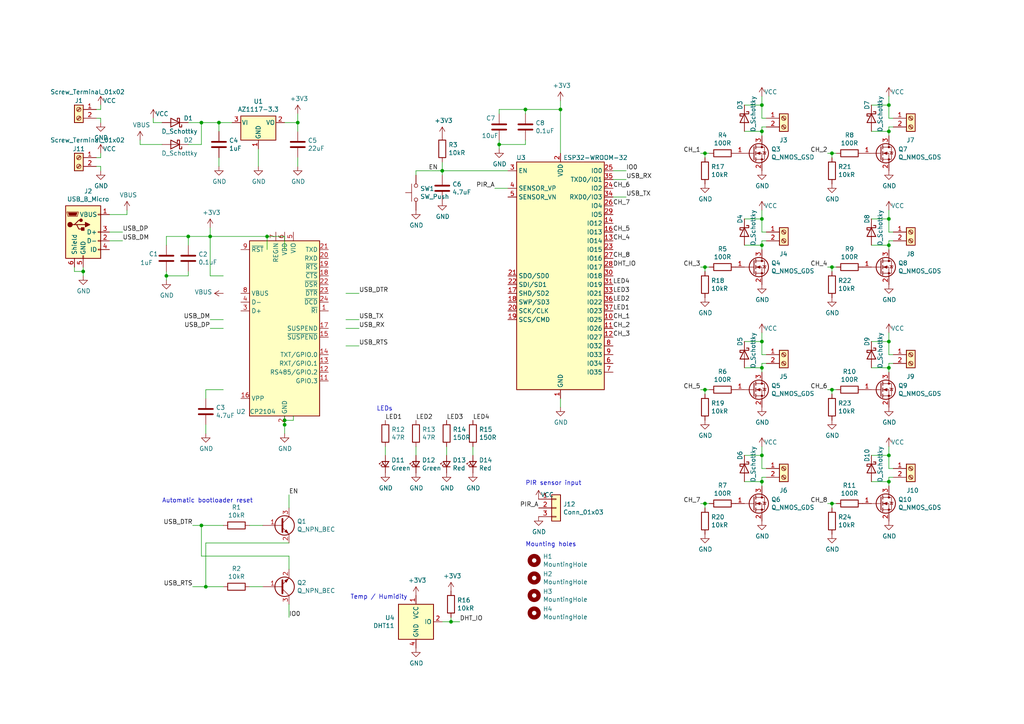
<source format=kicad_sch>
(kicad_sch (version 20230121) (generator eeschema)
  (paper "A4")
  (junction (at 241.3 146.05))
  (junction (at 257.81 139.7))
  (junction (at 257.81 38.1))
  (junction (at 257.81 63.5))
  (junction (at 257.81 106.68))
  (junction (at 59.69 170.18))
  (junction (at 162.56 31.75))
  (junction (at 220.98 99.06))
  (junction (at 48.26 80.01))
  (junction (at 60.96 68.58))
  (junction (at 257.81 30.48))
  (junction (at 220.98 63.5))
  (junction (at 86.36 35.56))
  (junction (at 82.55 121.92))
  (junction (at 220.98 139.7))
  (junction (at 77.47 68.58))
  (junction (at 257.81 132.08))
  (junction (at 204.47 77.47))
  (junction (at 24.13 78.74))
  (junction (at 241.3 113.03))
  (junction (at 58.42 35.56))
  (junction (at 130.81 180.34))
  (junction (at 204.47 146.05))
  (junction (at 220.98 38.1))
  (junction (at 128.27 49.53))
  (junction (at 257.81 71.12))
  (junction (at 204.47 44.45))
  (junction (at 54.61 68.58))
  (junction (at 144.78 41.91))
  (junction (at 220.98 71.12))
  (junction (at 220.98 132.08))
  (junction (at 204.47 113.03))
  (junction (at 152.4 31.75))
  (junction (at 220.98 30.48))
  (junction (at 82.55 123.19))
  (junction (at 63.5 35.56))
  (junction (at 241.3 44.45))
  (junction (at 241.3 77.47))
  (junction (at 257.81 99.06))
  (junction (at 58.42 152.4))
  (junction (at 220.98 106.68))
  (wire (pts (xy 59.69 115.57) (xy 59.69 113.03)))
  (wire (pts (xy 128.27 49.53) (xy 147.32 49.53)))
  (wire (pts (xy 55.88 152.4) (xy 58.42 152.4)))
  (wire (pts (xy 215.9 106.68) (xy 220.98 106.68)))
  (wire (pts (xy 215.9 99.06) (xy 220.98 99.06)))
  (wire (pts (xy 58.42 161.29) (xy 58.42 152.4)))
  (wire (pts (xy 29.21 34.29) (xy 29.21 35.56)))
  (wire (pts (xy 44.45 35.56) (xy 46.99 35.56)))
  (wire (pts (xy 128.27 180.34) (xy 130.81 180.34)))
  (wire (pts (xy 83.82 161.29) (xy 58.42 161.29)))
  (wire (pts (xy 72.39 170.18) (xy 76.2 170.18)))
  (wire (pts (xy 104.14 85.09) (xy 100.33 85.09)))
  (wire (pts (xy 215.9 132.08) (xy 220.98 132.08)))
  (wire (pts (xy 59.69 113.03) (xy 64.77 113.03)))
  (wire (pts (xy 40.64 41.91) (xy 46.99 41.91)))
  (wire (pts (xy 252.73 38.1) (xy 257.81 38.1)))
  (wire (pts (xy 60.96 68.58) (xy 77.47 68.58)))
  (wire (pts (xy 120.65 49.53) (xy 120.65 50.8)))
  (wire (pts (xy 86.36 35.56) (xy 82.55 35.56)))
  (wire (pts (xy 60.96 92.71) (xy 64.77 92.71)))
  (wire (pts (xy 257.81 69.85) (xy 257.81 71.12)))
  (wire (pts (xy 203.2 146.05) (xy 204.47 146.05)))
  (wire (pts (xy 259.08 138.43) (xy 257.81 138.43)))
  (wire (pts (xy 60.96 80.01) (xy 60.96 68.58)))
  (wire (pts (xy 252.73 132.08) (xy 257.81 132.08)))
  (wire (pts (xy 60.96 66.04) (xy 60.96 68.58)))
  (wire (pts (xy 259.08 36.83) (xy 257.81 36.83)))
  (wire (pts (xy 220.98 67.31) (xy 222.25 67.31)))
  (wire (pts (xy 31.75 67.31) (xy 35.56 67.31)))
  (wire (pts (xy 29.21 45.72) (xy 29.21 44.45)))
  (wire (pts (xy 257.81 63.5) (xy 257.81 60.96)))
  (wire (pts (xy 220.98 102.87) (xy 222.25 102.87)))
  (wire (pts (xy 152.4 31.75) (xy 152.4 33.02)))
  (wire (pts (xy 204.47 113.03) (xy 204.47 114.3)))
  (wire (pts (xy 44.45 34.29) (xy 44.45 35.56)))
  (wire (pts (xy 220.98 132.08) (xy 220.98 129.54)))
  (wire (pts (xy 257.81 34.29) (xy 259.08 34.29)))
  (wire (pts (xy 60.96 80.01) (xy 64.77 80.01)))
  (wire (pts (xy 220.98 38.1) (xy 220.98 39.37)))
  (wire (pts (xy 128.27 46.99) (xy 128.27 49.53)))
  (wire (pts (xy 257.81 132.08) (xy 257.81 135.89)))
  (wire (pts (xy 24.13 78.74) (xy 21.59 78.74)))
  (wire (pts (xy 240.03 44.45) (xy 241.3 44.45)))
  (wire (pts (xy 82.55 123.19) (xy 82.55 121.92)))
  (wire (pts (xy 77.47 68.58) (xy 82.55 68.58)))
  (wire (pts (xy 257.81 102.87) (xy 259.08 102.87)))
  (wire (pts (xy 36.83 60.96) (xy 36.83 62.23)))
  (wire (pts (xy 100.33 92.71) (xy 104.14 92.71)))
  (wire (pts (xy 83.82 157.48) (xy 59.69 157.48)))
  (wire (pts (xy 82.55 121.92) (xy 82.55 120.65)))
  (wire (pts (xy 152.4 41.91) (xy 152.4 40.64)))
  (wire (pts (xy 72.39 152.4) (xy 76.2 152.4)))
  (wire (pts (xy 240.03 77.47) (xy 241.3 77.47)))
  (wire (pts (xy 204.47 44.45) (xy 205.74 44.45)))
  (wire (pts (xy 220.98 139.7) (xy 220.98 140.97)))
  (wire (pts (xy 83.82 165.1) (xy 83.82 161.29)))
  (wire (pts (xy 257.81 138.43) (xy 257.81 139.7)))
  (wire (pts (xy 48.26 80.01) (xy 54.61 80.01)))
  (wire (pts (xy 240.03 113.03) (xy 241.3 113.03)))
  (wire (pts (xy 220.98 30.48) (xy 220.98 27.94)))
  (wire (pts (xy 144.78 41.91) (xy 152.4 41.91)))
  (wire (pts (xy 257.81 36.83) (xy 257.81 38.1)))
  (wire (pts (xy 162.56 31.75) (xy 162.56 44.45)))
  (wire (pts (xy 257.81 135.89) (xy 259.08 135.89)))
  (wire (pts (xy 252.73 99.06) (xy 257.81 99.06)))
  (wire (pts (xy 220.98 34.29) (xy 222.25 34.29)))
  (wire (pts (xy 59.69 157.48) (xy 59.69 170.18)))
  (wire (pts (xy 215.9 38.1) (xy 220.98 38.1)))
  (wire (pts (xy 257.81 67.31) (xy 259.08 67.31)))
  (wire (pts (xy 82.55 125.73) (xy 82.55 123.19)))
  (wire (pts (xy 241.3 146.05) (xy 242.57 146.05)))
  (wire (pts (xy 144.78 43.18) (xy 144.78 41.91)))
  (wire (pts (xy 252.73 63.5) (xy 257.81 63.5)))
  (wire (pts (xy 220.98 30.48) (xy 220.98 34.29)))
  (wire (pts (xy 252.73 106.68) (xy 257.81 106.68)))
  (wire (pts (xy 203.2 77.47) (xy 204.47 77.47)))
  (wire (pts (xy 241.3 44.45) (xy 241.3 45.72)))
  (wire (pts (xy 27.94 45.72) (xy 29.21 45.72)))
  (wire (pts (xy 220.98 105.41) (xy 220.98 106.68)))
  (wire (pts (xy 82.55 121.92) (xy 85.09 121.92)))
  (wire (pts (xy 48.26 68.58) (xy 54.61 68.58)))
  (wire (pts (xy 54.61 35.56) (xy 58.42 35.56)))
  (wire (pts (xy 48.26 71.12) (xy 48.26 68.58)))
  (wire (pts (xy 220.98 138.43) (xy 220.98 139.7)))
  (wire (pts (xy 204.47 77.47) (xy 205.74 77.47)))
  (wire (pts (xy 240.03 146.05) (xy 241.3 146.05)))
  (wire (pts (xy 220.98 36.83) (xy 220.98 38.1)))
  (wire (pts (xy 222.25 69.85) (xy 220.98 69.85)))
  (wire (pts (xy 85.09 121.92) (xy 85.09 120.65)))
  (wire (pts (xy 215.9 139.7) (xy 220.98 139.7)))
  (wire (pts (xy 257.81 105.41) (xy 257.81 106.68)))
  (wire (pts (xy 86.36 48.26) (xy 86.36 45.72)))
  (wire (pts (xy 215.9 63.5) (xy 220.98 63.5)))
  (wire (pts (xy 27.94 34.29) (xy 29.21 34.29)))
  (wire (pts (xy 222.25 105.41) (xy 220.98 105.41)))
  (wire (pts (xy 204.47 113.03) (xy 205.74 113.03)))
  (wire (pts (xy 21.59 78.74) (xy 21.59 77.47)))
  (wire (pts (xy 222.25 138.43) (xy 220.98 138.43)))
  (wire (pts (xy 58.42 35.56) (xy 63.5 35.56)))
  (wire (pts (xy 144.78 41.91) (xy 144.78 40.64)))
  (wire (pts (xy 257.81 63.5) (xy 257.81 67.31)))
  (wire (pts (xy 120.65 49.53) (xy 128.27 49.53)))
  (wire (pts (xy 31.75 62.23) (xy 36.83 62.23)))
  (wire (pts (xy 143.51 54.61) (xy 147.32 54.61)))
  (wire (pts (xy 241.3 77.47) (xy 241.3 78.74)))
  (wire (pts (xy 257.81 139.7) (xy 257.81 140.97)))
  (wire (pts (xy 257.81 30.48) (xy 257.81 27.94)))
  (wire (pts (xy 40.64 40.64) (xy 40.64 41.91)))
  (wire (pts (xy 204.47 77.47) (xy 204.47 78.74)))
  (wire (pts (xy 257.81 99.06) (xy 257.81 96.52)))
  (wire (pts (xy 104.14 95.25) (xy 100.33 95.25)))
  (wire (pts (xy 54.61 68.58) (xy 60.96 68.58)))
  (wire (pts (xy 257.81 132.08) (xy 257.81 129.54)))
  (wire (pts (xy 59.69 125.73) (xy 59.69 123.19)))
  (wire (pts (xy 29.21 30.48) (xy 29.21 31.75)))
  (wire (pts (xy 220.98 99.06) (xy 220.98 96.52)))
  (wire (pts (xy 104.14 100.33) (xy 100.33 100.33)))
  (wire (pts (xy 48.26 78.74) (xy 48.26 80.01)))
  (wire (pts (xy 257.81 38.1) (xy 257.81 39.37)))
  (wire (pts (xy 204.47 146.05) (xy 204.47 147.32)))
  (wire (pts (xy 259.08 105.41) (xy 257.81 105.41)))
  (wire (pts (xy 29.21 48.26) (xy 29.21 49.53)))
  (wire (pts (xy 77.47 68.58) (xy 77.47 72.39)))
  (wire (pts (xy 162.56 29.21) (xy 162.56 31.75)))
  (wire (pts (xy 27.94 48.26) (xy 29.21 48.26)))
  (wire (pts (xy 58.42 41.91) (xy 54.61 41.91)))
  (wire (pts (xy 252.73 139.7) (xy 257.81 139.7)))
  (wire (pts (xy 86.36 33.02) (xy 86.36 35.56)))
  (wire (pts (xy 74.93 48.26) (xy 74.93 43.18)))
  (wire (pts (xy 222.25 36.83) (xy 220.98 36.83)))
  (wire (pts (xy 241.3 44.45) (xy 242.57 44.45)))
  (wire (pts (xy 162.56 118.11) (xy 162.56 115.57)))
  (wire (pts (xy 82.55 68.58) (xy 82.55 72.39)))
  (wire (pts (xy 257.81 71.12) (xy 257.81 72.39)))
  (wire (pts (xy 128.27 50.8) (xy 128.27 49.53)))
  (wire (pts (xy 120.65 129.54) (xy 120.65 132.08)))
  (wire (pts (xy 252.73 30.48) (xy 257.81 30.48)))
  (wire (pts (xy 220.98 69.85) (xy 220.98 71.12)))
  (wire (pts (xy 241.3 113.03) (xy 241.3 114.3)))
  (wire (pts (xy 181.61 52.07) (xy 177.8 52.07)))
  (wire (pts (xy 55.88 170.18) (xy 59.69 170.18)))
  (wire (pts (xy 181.61 49.53) (xy 177.8 49.53)))
  (wire (pts (xy 252.73 71.12) (xy 257.81 71.12)))
  (wire (pts (xy 144.78 31.75) (xy 152.4 31.75)))
  (wire (pts (xy 241.3 146.05) (xy 241.3 147.32)))
  (wire (pts (xy 241.3 77.47) (xy 242.57 77.47)))
  (wire (pts (xy 259.08 69.85) (xy 257.81 69.85)))
  (wire (pts (xy 220.98 132.08) (xy 220.98 135.89)))
  (wire (pts (xy 63.5 35.56) (xy 67.31 35.56)))
  (wire (pts (xy 86.36 38.1) (xy 86.36 35.56)))
  (wire (pts (xy 59.69 170.18) (xy 64.77 170.18)))
  (wire (pts (xy 24.13 77.47) (xy 24.13 78.74)))
  (wire (pts (xy 215.9 30.48) (xy 220.98 30.48)))
  (wire (pts (xy 48.26 80.01) (xy 48.26 81.28)))
  (wire (pts (xy 144.78 33.02) (xy 144.78 31.75)))
  (wire (pts (xy 54.61 80.01) (xy 54.61 78.74)))
  (wire (pts (xy 204.47 44.45) (xy 204.47 45.72)))
  (wire (pts (xy 257.81 30.48) (xy 257.81 34.29)))
  (wire (pts (xy 63.5 35.56) (xy 63.5 38.1)))
  (wire (pts (xy 215.9 71.12) (xy 220.98 71.12)))
  (wire (pts (xy 29.21 31.75) (xy 27.94 31.75)))
  (wire (pts (xy 162.56 31.75) (xy 152.4 31.75)))
  (wire (pts (xy 241.3 113.03) (xy 242.57 113.03)))
  (wire (pts (xy 133.35 180.34) (xy 130.81 180.34)))
  (wire (pts (xy 111.76 129.54) (xy 111.76 132.08)))
  (wire (pts (xy 54.61 71.12) (xy 54.61 68.58)))
  (wire (pts (xy 220.98 63.5) (xy 220.98 60.96)))
  (wire (pts (xy 257.81 99.06) (xy 257.81 102.87)))
  (wire (pts (xy 35.56 69.85) (xy 31.75 69.85)))
  (wire (pts (xy 137.16 129.54) (xy 137.16 132.08)))
  (wire (pts (xy 129.54 129.54) (xy 129.54 132.08)))
  (wire (pts (xy 203.2 44.45) (xy 204.47 44.45)))
  (wire (pts (xy 58.42 152.4) (xy 64.77 152.4)))
  (wire (pts (xy 257.81 106.68) (xy 257.81 107.95)))
  (wire (pts (xy 220.98 71.12) (xy 220.98 72.39)))
  (wire (pts (xy 204.47 146.05) (xy 205.74 146.05)))
  (wire (pts (xy 220.98 99.06) (xy 220.98 102.87)))
  (wire (pts (xy 83.82 143.51) (xy 83.82 147.32)))
  (wire (pts (xy 58.42 35.56) (xy 58.42 41.91)))
  (wire (pts (xy 60.96 95.25) (xy 64.77 95.25)))
  (wire (pts (xy 220.98 135.89) (xy 222.25 135.89)))
  (wire (pts (xy 83.82 179.07) (xy 83.82 175.26)))
  (wire (pts (xy 220.98 106.68) (xy 220.98 107.95)))
  (wire (pts (xy 130.81 180.34) (xy 130.81 179.07)))
  (wire (pts (xy 203.2 113.03) (xy 204.47 113.03)))
  (wire (pts (xy 63.5 48.26) (xy 63.5 45.72)))
  (wire (pts (xy 181.61 57.15) (xy 177.8 57.15)))
  (wire (pts (xy 220.98 63.5) (xy 220.98 67.31)))
  (wire (pts (xy 24.13 80.01) (xy 24.13 78.74)))
  (text "PIR sensor input" (at 152.4 140.97 0) (effects (font (size 1.27 1.27)) (justify left bottom)))
  (text "Mounting holes" (at 152.4 158.75 0) (effects (font (size 1.27 1.27)) (justify left bottom)))
  (text "Temp / Humidity" (at 101.6 173.99 0) (effects (font (size 1.27 1.27)) (justify left bottom)))
  (text "LEDs" (at 109.22 119.38 0) (effects (font (size 1.27 1.27)) (justify left bottom)))
  (text "Automatic bootloader reset" (at 46.99 146.05 0) (effects (font (size 1.27 1.27)) (justify left bottom)))
  (label "LED4" (at 177.8 82.55 0))
  (label "LED4" (at 137.16 121.92 0))
  (label "USB_RX" (at 104.14 95.25 0))
  (label "CH_8" (at 177.8 74.93 0))
  (label "USB_TX" (at 181.61 57.15 0))
  (label "USB_DTR" (at 104.14 85.09 0))
  (label "CH_3" (at 203.2 77.47 180))
  (label "PIR_A" (at 143.51 54.61 180))
  (label "USB_TX" (at 104.14 92.71 0))
  (label "USB_DM" (at 35.56 69.85 0))
  (label "CH_6" (at 240.03 113.03 180))
  (label "USB_RTS" (at 55.88 170.18 180))
  (label "CH_1" (at 203.2 44.45 180))
  (label "PIR_A" (at 156.21 147.32 180))
  (label "IO0" (at 83.82 179.07 0))
  (label "CH_2" (at 240.03 44.45 180))
  (label "USB_DP" (at 35.56 67.31 0))
  (label "IO0" (at 181.61 49.53 0))
  (label "CH_6" (at 177.8 54.61 0))
  (label "LED3" (at 129.54 121.92 0))
  (label "CH_7" (at 203.2 146.05 180))
  (label "EN" (at 83.82 143.51 0))
  (label "USB_DP" (at 60.96 95.25 180))
  (label "CH_1" (at 177.8 92.71 0))
  (label "LED1" (at 177.8 90.17 0))
  (label "EN" (at 127 49.53 180))
  (label "CH_4" (at 177.8 69.85 0))
  (label "CH_4" (at 240.03 77.47 180))
  (label "CH_8" (at 240.03 146.05 180))
  (label "LED1" (at 111.76 121.92 0))
  (label "CH_3" (at 177.8 97.79 0))
  (label "LED2" (at 177.8 87.63 0))
  (label "CH_5" (at 203.2 113.03 180))
  (label "CH_5" (at 177.8 67.31 0))
  (label "CH_2" (at 177.8 95.25 0))
  (label "DHT_IO" (at 177.8 77.47 0))
  (label "LED2" (at 120.65 121.92 0))
  (label "USB_RTS" (at 104.14 100.33 0))
  (label "LED3" (at 177.8 85.09 0))
  (label "DHT_IO" (at 133.35 180.34 0))
  (label "USB_DTR" (at 55.88 152.4 180))
  (label "USB_RX" (at 181.61 52.07 0))
  (label "CH_7" (at 177.8 59.69 0))
  (label "USB_DM" (at 60.96 92.71 180))
  (symbol (lib_id "RF_Module:ESP32-WROOM-32") (at 162.56 80.01 0) (unit 1)
    (property "Reference" "U3" (at 151.13 45.72 0))
    (property "Value" "ESP32-WROOM-32" (at 172.72 45.72 0))
    (property "Footprint" "RF_Module:ESP32-WROOM-32" (effects hide))
    (property "Datasheet" "https://www.espressif.com/sites/default/files/documentation/esp32-wroom-32_datasheet_en.pdf" (effects hide))
  )
  (symbol (lib_id "Device:Q_NMOS_GSD") (at 218.44 44.45 0) (unit 1)
    (property "Reference" "Q3" (at 223.6724 43.2816 0) (effects (justify left)))
    (property "Value" "Q_NMOS_GSD" (at 223.6724 45.593 0) (effects (justify left)))
    (property "Footprint" "Package_TO_SOT_SMD:SOT-23" (effects hide))
    (property "LCSC#" "C20917" (effects hide))
    (property "MFR" "Alpha & Omega Semico" (effects hide))
    (property "MPN" "AO3400A" (effects hide))
  )
  (symbol (lib_id "Regulator_Linear:AZ1117-3.3") (at 74.93 35.56 0) (unit 1)
    (property "Reference" "U1" (at 74.93 29.4132 0))
    (property "Value" "AZ1117-3.3" (at 74.93 31.7246 0))
    (property "Footprint" "Package_TO_SOT_SMD:SOT-223-3_TabPin2" (effects hide))
    (property "Datasheet" "https://www.diodes.com/assets/Datasheets/AZ1117.pdf" (effects hide))
    (property "LCSC#" "C92102" (effects hide))
    (property "MFR" "Diodes Incorporated" (effects hide))
    (property "MPN" "AZ1117CH-3.3TRG1" (effects hide))
  )
  (symbol (lib_id "Device:C") (at 63.5 41.91 0) (unit 1)
    (property "Reference" "C4" (at 66.421 40.7416 0) (effects (justify left)))
    (property "Value" "1uF" (at 66.421 43.053 0) (effects (justify left)))
    (property "Footprint" "Resistor_SMD:R_0603_1608Metric" (effects hide))
    (property "LCSC#" "C15849" (effects hide))
    (property "MFR" "Samsung Electro-Mechanics" (effects hide))
    (property "MPN" "CL10A105KB8NNNC" (effects hide))
  )
  (symbol (lib_id "Device:D_Schottky") (at 50.8 35.56 180) (unit 1)
    (property "Reference" "D1" (at 54.61 34.29 0))
    (property "Value" "D_Schottky" (at 52.07 38.1 0))
    (property "Footprint" "Diode_SMD:D_SOD-123" (effects hide))
    (property "LCSC#" "C8598" (effects hide))
    (property "MFR" "Changjiang Electronics Tech (CJ)" (effects hide))
    (property "MPN" "B5819W SL" (effects hide))
  )
  (symbol (lib_id "power:GND") (at 29.21 35.56 0) (unit 1)
    (property "Reference" "#PWR0101" (effects hide))
    (property "Value" "GND" (at 29.337 39.9542 0))
  )
  (symbol (lib_id "power:GND") (at 63.5 48.26 0) (unit 1)
    (property "Reference" "#PWR0102" (effects hide))
    (property "Value" "GND" (at 63.627 52.6542 0))
  )
  (symbol (lib_id "power:GND") (at 74.93 48.26 0) (unit 1)
    (property "Reference" "#PWR0103" (effects hide))
    (property "Value" "GND" (at 75.057 52.6542 0))
  )
  (symbol (lib_id "Connector:USB_B_Micro") (at 24.13 67.31 0) (unit 1)
    (property "Reference" "J2" (at 25.5778 55.4482 0))
    (property "Value" "USB_B_Micro" (at 25.5778 57.7596 0))
    (property "Footprint" "Connector_USB:USB_Micro-B_Molex-105017-0001" (effects hide))
  )
  (symbol (lib_id "power:VCC") (at 29.21 30.48 0) (unit 1)
    (property "Reference" "#PWR0104" (effects hide))
    (property "Value" "VCC" (at 31.75 29.21 0))
  )
  (symbol (lib_id "Connector:Screw_Terminal_01x02") (at 22.86 31.75 0) (mirror y) (unit 1)
    (property "Reference" "J1" (at 22.86 29.21 0))
    (property "Value" "Screw_Terminal_01x02" (at 25.4 26.67 0))
    (property "Footprint" "TerminalBlock_Phoenix:TerminalBlock_Phoenix_PT-1,5-2-3.5-H_1x02_P3.50mm_Horizontal" (effects hide))
  )
  (symbol (lib_id "Device:D_Schottky") (at 50.8 41.91 180) (unit 1)
    (property "Reference" "D2" (at 54.61 40.64 0))
    (property "Value" "D_Schottky" (at 52.07 44.45 0))
    (property "Footprint" "Diode_SMD:D_SOD-123" (effects hide))
    (property "LCSC#" "C8598" (effects hide))
    (property "MFR" "Changjiang Electronics Tech (CJ)" (effects hide))
    (property "MPN" "B5819W SL" (effects hide))
  )
  (symbol (lib_id "power:VCC") (at 44.45 34.29 0) (unit 1)
    (property "Reference" "#PWR0105" (effects hide))
    (property "Value" "VCC" (at 46.99 33.02 0))
  )
  (symbol (lib_id "power:VBUS") (at 40.64 40.64 0) (unit 1)
    (property "Reference" "#PWR0106" (effects hide))
    (property "Value" "VBUS" (at 41.021 36.2458 0))
  )
  (symbol (lib_id "power:VBUS") (at 36.83 60.96 0) (unit 1)
    (property "Reference" "#PWR0107" (effects hide))
    (property "Value" "VBUS" (at 37.211 56.5658 0))
  )
  (symbol (lib_id "power:GND") (at 24.13 80.01 0) (unit 1)
    (property "Reference" "#PWR0108" (effects hide))
    (property "Value" "GND" (at 24.257 84.4042 0))
  )
  (symbol (lib_id "Interface_USB:CP2104") (at 82.55 95.25 0) (unit 1)
    (property "Reference" "U2" (at 69.85 119.38 0))
    (property "Value" "CP2104" (at 76.2 119.38 0))
    (property "Footprint" "Package_DFN_QFN:QFN-24-1EP_4x4mm_P0.5mm_EP2.6x2.6mm" (effects hide))
    (property "Datasheet" "https://www.silabs.com/documents/public/data-sheets/cp2104.pdf" (effects hide))
    (property "LCSC#" "C47742" (effects hide))
    (property "MFR" "SILICON LABS" (effects hide))
    (property "MPN" "CP2104-F03-GMR" (effects hide))
  )
  (symbol (lib_id "power:+3V3") (at 86.36 33.02 0) (unit 1)
    (property "Reference" "#PWR0109" (effects hide))
    (property "Value" "+3V3" (at 86.741 28.6258 0))
  )
  (symbol (lib_id "Device:C") (at 86.36 41.91 0) (unit 1)
    (property "Reference" "C5" (at 89.281 40.7416 0) (effects (justify left)))
    (property "Value" "22uF" (at 89.281 43.053 0) (effects (justify left)))
    (property "Footprint" "Resistor_SMD:R_0603_1608Metric" (effects hide))
    (property "LCSC#" "C59461" (effects hide))
    (property "MFR" "Samsung Electro-Mechanics" (effects hide))
    (property "MPN" "CL10A226MQ8NRNC" (effects hide))
  )
  (symbol (lib_id "power:GND") (at 86.36 48.26 0) (unit 1)
    (property "Reference" "#PWR0110" (effects hide))
    (property "Value" "GND" (at 86.487 52.6542 0))
  )
  (symbol (lib_id "power:VBUS") (at 64.77 85.09 90) (unit 1)
    (property "Reference" "#PWR0111" (effects hide))
    (property "Value" "VBUS" (at 61.5442 84.709 90) (effects (justify left)))
  )
  (symbol (lib_id "power:+3V3") (at 60.96 66.04 0) (unit 1)
    (property "Reference" "#PWR0112" (effects hide))
    (property "Value" "+3V3" (at 61.341 61.6458 0))
  )
  (symbol (lib_id "Device:C") (at 54.61 74.93 0) (unit 1)
    (property "Reference" "C2" (at 57.531 73.7616 0) (effects (justify left)))
    (property "Value" "0.1uF" (at 57.531 76.073 0) (effects (justify left)))
    (property "Footprint" "Resistor_SMD:R_0402_1005Metric" (effects hide))
    (property "LCSC#" "C1525" (effects hide))
    (property "MFR" "Samsung Electro-Mechanics" (effects hide))
    (property "MPN" "CL05B104KO5NNNC" (effects hide))
  )
  (symbol (lib_id "Device:C") (at 48.26 74.93 0) (unit 1)
    (property "Reference" "C1" (at 43.18 73.66 0) (effects (justify left)))
    (property "Value" "1uF" (at 40.64 76.2 0) (effects (justify left)))
    (property "Footprint" "Resistor_SMD:R_0402_1005Metric" (effects hide))
    (property "LCSC#" "C52923" (effects hide))
    (property "MFR" "Samsung Electro-Mechanics" (effects hide))
    (property "MPN" "CL05A105KA5NQNC" (effects hide))
  )
  (symbol (lib_id "power:GND") (at 48.26 81.28 0) (unit 1)
    (property "Reference" "#PWR0113" (effects hide))
    (property "Value" "GND" (at 48.387 85.6742 0))
  )
  (symbol (lib_id "Device:C") (at 59.69 119.38 0) (unit 1)
    (property "Reference" "C3" (at 62.611 118.2116 0) (effects (justify left)))
    (property "Value" "4.7uF" (at 62.611 120.523 0) (effects (justify left)))
    (property "Footprint" "Resistor_SMD:R_0603_1608Metric" (effects hide))
    (property "LCSC#" "C19666" (effects hide))
    (property "MFR" "Samsung Electro-Mechanics" (effects hide))
    (property "MPN" "CL10A475KO8NNNC" (effects hide))
  )
  (symbol (lib_id "power:GND") (at 59.69 125.73 0) (unit 1)
    (property "Reference" "#PWR0114" (effects hide))
    (property "Value" "GND" (at 59.817 130.1242 0))
  )
  (symbol (lib_id "power:GND") (at 82.55 125.73 0) (unit 1)
    (property "Reference" "#PWR0115" (effects hide))
    (property "Value" "GND" (at 82.677 130.1242 0))
  )
  (symbol (lib_id "Device:Q_NPN_BEC") (at 81.28 152.4 0) (unit 1)
    (property "Reference" "Q1" (at 86.1314 151.2316 0) (effects (justify left)))
    (property "Value" "Q_NPN_BEC" (at 86.1314 153.543 0) (effects (justify left)))
    (property "Footprint" "Package_TO_SOT_SMD:SOT-23" (effects hide))
    (property "LCSC#" "C2150" (effects hide))
    (property "MFR" "Changjiang Electronics Tech (CJ)" (effects hide))
    (property "MPN" "SS8050" (effects hide))
  )
  (symbol (lib_id "Device:Q_NPN_BEC") (at 81.28 170.18 0) (mirror x) (unit 1)
    (property "Reference" "Q2" (at 86.1314 169.0116 0) (effects (justify left)))
    (property "Value" "Q_NPN_BEC" (at 86.1314 171.323 0) (effects (justify left)))
    (property "Footprint" "Package_TO_SOT_SMD:SOT-23" (effects hide))
    (property "LCSC#" "C2150" (effects hide))
    (property "MFR" "Changjiang Electronics Tech (CJ)" (effects hide))
    (property "MPN" "SS8050" (effects hide))
  )
  (symbol (lib_id "Device:R") (at 68.58 152.4 270) (unit 1)
    (property "Reference" "R1" (at 68.58 147.1422 90))
    (property "Value" "10kR" (at 68.58 149.4536 90))
    (property "Footprint" "Resistor_SMD:R_0402_1005Metric" (effects hide))
    (property "LCSC#" "C25744" (effects hide))
    (property "MFR" "UNI-ROYAL(Uniroyal Elec)" (effects hide))
    (property "MPN" "0402WGF1002TCE" (effects hide))
  )
  (symbol (lib_id "Device:R") (at 68.58 170.18 270) (unit 1)
    (property "Reference" "R2" (at 68.58 164.9222 90))
    (property "Value" "10kR" (at 68.58 167.2336 90))
    (property "Footprint" "Resistor_SMD:R_0402_1005Metric" (effects hide))
    (property "LCSC#" "C25744" (effects hide))
    (property "MFR" "UNI-ROYAL(Uniroyal Elec)" (effects hide))
    (property "MPN" "0402WGF1002TCE" (effects hide))
  )
  (symbol (lib_id "power:+3V3") (at 162.56 29.21 0) (unit 1)
    (property "Reference" "#PWR0116" (effects hide))
    (property "Value" "+3V3" (at 162.941 24.8158 0))
  )
  (symbol (lib_id "Device:C") (at 152.4 36.83 0) (unit 1)
    (property "Reference" "C8" (at 155.321 35.6616 0) (effects (justify left)))
    (property "Value" "0.1uF" (at 155.321 37.973 0) (effects (justify left)))
    (property "Footprint" "Resistor_SMD:R_0402_1005Metric" (effects hide))
    (property "LCSC#" "C1525" (effects hide))
    (property "MFR" "Samsung Electro-Mechanics" (effects hide))
    (property "MPN" "CL05B104KO5NNNC" (effects hide))
  )
  (symbol (lib_id "Device:C") (at 144.78 36.83 0) (unit 1)
    (property "Reference" "C7" (at 140.97 34.29 0) (effects (justify left)))
    (property "Value" "10uF" (at 139.7 39.37 0) (effects (justify left)))
    (property "Footprint" "Resistor_SMD:R_0402_1005Metric" (effects hide))
    (property "LCSC#" "C15525" (effects hide))
    (property "MFR" "Samsung Electro-Mechanics" (effects hide))
    (property "MPN" "CL05A106MQ5NUNC" (effects hide))
  )
  (symbol (lib_id "power:GND") (at 144.78 43.18 0) (unit 1)
    (property "Reference" "#PWR0117" (effects hide))
    (property "Value" "GND" (at 144.907 47.5742 0))
  )
  (symbol (lib_id "Device:C") (at 128.27 54.61 0) (unit 1)
    (property "Reference" "C6" (at 131.191 53.4416 0) (effects (justify left)))
    (property "Value" "4.7uF" (at 131.191 55.753 0) (effects (justify left)))
    (property "Footprint" "Resistor_SMD:R_0402_1005Metric" (effects hide))
    (property "LCSC#" "C23733" (effects hide))
    (property "MFR" "Samsung Electro-Mechanics" (effects hide))
    (property "MPN" "CL05A475MP5NRNC" (effects hide))
  )
  (symbol (lib_id "power:GND") (at 128.27 58.42 0) (unit 1)
    (property "Reference" "#PWR0118" (effects hide))
    (property "Value" "GND" (at 128.397 62.8142 0))
  )
  (symbol (lib_id "Device:R") (at 128.27 43.18 180) (unit 1)
    (property "Reference" "R3" (at 130.048 42.0116 0) (effects (justify right)))
    (property "Value" "10kR" (at 130.048 44.323 0) (effects (justify right)))
    (property "Footprint" "Resistor_SMD:R_0402_1005Metric" (effects hide))
    (property "LCSC#" "C25744" (effects hide))
    (property "MFR" "UNI-ROYAL(Uniroyal Elec)" (effects hide))
    (property "MPN" "0402WGF1002TCE" (effects hide))
  )
  (symbol (lib_id "power:+3V3") (at 128.27 39.37 0) (unit 1)
    (property "Reference" "#PWR0119" (effects hide))
    (property "Value" "+3V3" (at 128.651 34.9758 0))
  )
  (symbol (lib_id "Switch:SW_Push") (at 120.65 55.88 90) (unit 1)
    (property "Reference" "SW1" (at 121.8692 54.7116 90) (effects (justify right)))
    (property "Value" "SW_Push" (at 121.8692 57.023 90) (effects (justify right)))
    (property "Footprint" "footprints:TS-1187A" (effects hide))
    (property "LCSC#" "C318888" (effects hide))
    (property "MFR" "XKB Connectivity" (effects hide))
    (property "MPN" "TS-1187A-C-D-B" (effects hide))
  )
  (symbol (lib_id "power:GND") (at 120.65 60.96 0) (unit 1)
    (property "Reference" "#PWR0120" (effects hide))
    (property "Value" "GND" (at 120.777 65.3542 0))
  )
  (symbol (lib_id "power:GND") (at 162.56 118.11 0) (unit 1)
    (property "Reference" "#PWR0121" (effects hide))
    (property "Value" "GND" (at 162.687 122.5042 0))
  )
  (symbol (lib_id "Device:R") (at 209.55 44.45 270) (unit 1)
    (property "Reference" "R4" (at 209.55 39.1922 90))
    (property "Value" "100R" (at 209.55 41.5036 90))
    (property "Footprint" "Resistor_SMD:R_0402_1005Metric" (effects hide))
    (property "LCSC#" "C25076" (effects hide))
    (property "MFR" "UNI-ROYAL(Uniroyal Elec)" (effects hide))
    (property "MPN" "0402WGF1000TCE" (effects hide))
  )
  (symbol (lib_id "power:GND") (at 220.98 49.53 0) (unit 1)
    (property "Reference" "#PWR0122" (effects hide))
    (property "Value" "GND" (at 221.107 53.9242 0))
  )
  (symbol (lib_id "Connector:Screw_Terminal_01x02") (at 227.33 34.29 0) (unit 1)
    (property "Reference" "J3" (at 226.06 40.64 0) (effects (justify left)))
    (property "Value" "Screw_Terminal_01x02" (effects hide))
    (property "Footprint" "TerminalBlock_Phoenix:TerminalBlock_Phoenix_PT-1,5-2-3.5-H_1x02_P3.50mm_Horizontal" (effects hide))
  )
  (symbol (lib_id "power:VCC") (at 220.98 27.94 0) (unit 1)
    (property "Reference" "#PWR0123" (effects hide))
    (property "Value" "VCC" (at 223.52 26.67 0))
  )
  (symbol (lib_id "Device:D_Schottky") (at 215.9 34.29 270) (unit 1)
    (property "Reference" "D3" (at 214.63 30.48 0))
    (property "Value" "D_Schottky" (at 218.44 33.02 0))
    (property "Footprint" "Diode_SMD:D_SOD-123" (effects hide))
    (property "LCSC#" "C8598" (effects hide))
    (property "MFR" "Changjiang Electronics Tech (CJ)" (effects hide))
    (property "MPN" "B5819W SL" (effects hide))
  )
  (symbol (lib_id "Device:Q_NMOS_GSD") (at 255.27 44.45 0) (unit 1)
    (property "Reference" "Q7" (at 260.5024 43.2816 0) (effects (justify left)))
    (property "Value" "Q_NMOS_GDS" (at 260.5024 45.593 0) (effects (justify left)))
    (property "Footprint" "Package_TO_SOT_SMD:SOT-23" (effects hide))
    (property "LCSC#" "C20917" (effects hide))
    (property "MFR" "Alpha & Omega Semico" (effects hide))
    (property "MPN" "AO3400A" (effects hide))
  )
  (symbol (lib_id "Device:R") (at 246.38 44.45 270) (unit 1)
    (property "Reference" "R8" (at 246.38 39.1922 90))
    (property "Value" "100R" (at 246.38 41.5036 90))
    (property "Footprint" "Resistor_SMD:R_0402_1005Metric" (effects hide))
    (property "LCSC#" "C25076" (effects hide))
    (property "MFR" "UNI-ROYAL(Uniroyal Elec)" (effects hide))
    (property "MPN" "0402WGF1000TCE" (effects hide))
  )
  (symbol (lib_id "power:GND") (at 257.81 49.53 0) (unit 1)
    (property "Reference" "#PWR0124" (effects hide))
    (property "Value" "GND" (at 257.937 53.9242 0))
  )
  (symbol (lib_id "Connector:Screw_Terminal_01x02") (at 264.16 34.29 0) (unit 1)
    (property "Reference" "J7" (at 262.89 40.64 0) (effects (justify left)))
    (property "Value" "Screw_Terminal_01x02" (effects hide))
    (property "Footprint" "TerminalBlock_Phoenix:TerminalBlock_Phoenix_PT-1,5-2-3.5-H_1x02_P3.50mm_Horizontal" (effects hide))
  )
  (symbol (lib_id "power:VCC") (at 257.81 27.94 0) (unit 1)
    (property "Reference" "#PWR0125" (effects hide))
    (property "Value" "VCC" (at 260.35 26.67 0))
  )
  (symbol (lib_id "Device:Q_NMOS_GSD") (at 218.44 77.47 0) (unit 1)
    (property "Reference" "Q4" (at 223.6724 76.3016 0) (effects (justify left)))
    (property "Value" "Q_NMOS_GDS" (at 223.6724 78.613 0) (effects (justify left)))
    (property "Footprint" "Package_TO_SOT_SMD:SOT-23" (effects hide))
    (property "LCSC#" "C20917" (effects hide))
    (property "MFR" "Alpha & Omega Semico" (effects hide))
    (property "MPN" "AO3400A" (effects hide))
  )
  (symbol (lib_id "Device:R") (at 209.55 77.47 270) (unit 1)
    (property "Reference" "R5" (at 209.55 72.2122 90))
    (property "Value" "100R" (at 209.55 74.5236 90))
    (property "Footprint" "Resistor_SMD:R_0402_1005Metric" (effects hide))
    (property "LCSC#" "C25076" (effects hide))
    (property "MFR" "UNI-ROYAL(Uniroyal Elec)" (effects hide))
    (property "MPN" "0402WGF1000TCE" (effects hide))
  )
  (symbol (lib_id "power:GND") (at 220.98 82.55 0) (unit 1)
    (property "Reference" "#PWR0126" (effects hide))
    (property "Value" "GND" (at 221.107 86.9442 0))
  )
  (symbol (lib_id "Connector:Screw_Terminal_01x02") (at 227.33 67.31 0) (unit 1)
    (property "Reference" "J4" (at 226.06 73.66 0) (effects (justify left)))
    (property "Value" "Screw_Terminal_01x02" (effects hide))
    (property "Footprint" "TerminalBlock_Phoenix:TerminalBlock_Phoenix_PT-1,5-2-3.5-H_1x02_P3.50mm_Horizontal" (effects hide))
  )
  (symbol (lib_id "power:VCC") (at 220.98 60.96 0) (unit 1)
    (property "Reference" "#PWR0127" (effects hide))
    (property "Value" "VCC" (at 223.52 59.69 0))
  )
  (symbol (lib_id "Device:Q_NMOS_GSD") (at 255.27 77.47 0) (unit 1)
    (property "Reference" "Q8" (at 260.5024 76.3016 0) (effects (justify left)))
    (property "Value" "Q_NMOS_GDS" (at 260.5024 78.613 0) (effects (justify left)))
    (property "Footprint" "Package_TO_SOT_SMD:SOT-23" (effects hide))
    (property "LCSC#" "C20917" (effects hide))
    (property "MFR" "Alpha & Omega Semico" (effects hide))
    (property "MPN" "AO3400A" (effects hide))
  )
  (symbol (lib_id "Device:R") (at 246.38 77.47 270) (unit 1)
    (property "Reference" "R9" (at 246.38 72.2122 90))
    (property "Value" "100R" (at 246.38 74.5236 90))
    (property "Footprint" "Resistor_SMD:R_0402_1005Metric" (effects hide))
    (property "LCSC#" "C25076" (effects hide))
    (property "MFR" "UNI-ROYAL(Uniroyal Elec)" (effects hide))
    (property "MPN" "0402WGF1000TCE" (effects hide))
  )
  (symbol (lib_id "power:GND") (at 257.81 82.55 0) (unit 1)
    (property "Reference" "#PWR0128" (effects hide))
    (property "Value" "GND" (at 257.937 86.9442 0))
  )
  (symbol (lib_id "Connector:Screw_Terminal_01x02") (at 264.16 67.31 0) (unit 1)
    (property "Reference" "J8" (at 262.89 73.66 0) (effects (justify left)))
    (property "Value" "Screw_Terminal_01x02" (effects hide))
    (property "Footprint" "TerminalBlock_Phoenix:TerminalBlock_Phoenix_PT-1,5-2-3.5-H_1x02_P3.50mm_Horizontal" (effects hide))
  )
  (symbol (lib_id "power:VCC") (at 257.81 60.96 0) (unit 1)
    (property "Reference" "#PWR0129" (effects hide))
    (property "Value" "VCC" (at 260.35 59.69 0))
  )
  (symbol (lib_id "Device:Q_NMOS_GSD") (at 218.44 113.03 0) (unit 1)
    (property "Reference" "Q5" (at 223.6724 111.8616 0) (effects (justify left)))
    (property "Value" "Q_NMOS_GDS" (at 223.6724 114.173 0) (effects (justify left)))
    (property "Footprint" "Package_TO_SOT_SMD:SOT-23" (effects hide))
    (property "LCSC#" "C20917" (effects hide))
    (property "MFR" "Alpha & Omega Semico" (effects hide))
    (property "MPN" "AO3400A" (effects hide))
  )
  (symbol (lib_id "Device:R") (at 209.55 113.03 270) (unit 1)
    (property "Reference" "R6" (at 209.55 107.7722 90))
    (property "Value" "100R" (at 209.55 110.0836 90))
    (property "Footprint" "Resistor_SMD:R_0402_1005Metric" (effects hide))
    (property "LCSC#" "C25076" (effects hide))
    (property "MFR" "UNI-ROYAL(Uniroyal Elec)" (effects hide))
    (property "MPN" "0402WGF1000TCE" (effects hide))
  )
  (symbol (lib_id "power:GND") (at 220.98 118.11 0) (unit 1)
    (property "Reference" "#PWR0130" (effects hide))
    (property "Value" "GND" (at 221.107 122.5042 0))
  )
  (symbol (lib_id "Connector:Screw_Terminal_01x02") (at 227.33 102.87 0) (unit 1)
    (property "Reference" "J5" (at 226.06 109.22 0) (effects (justify left)))
    (property "Value" "Screw_Terminal_01x02" (effects hide))
    (property "Footprint" "TerminalBlock_Phoenix:TerminalBlock_Phoenix_PT-1,5-2-3.5-H_1x02_P3.50mm_Horizontal" (effects hide))
  )
  (symbol (lib_id "power:VCC") (at 220.98 96.52 0) (unit 1)
    (property "Reference" "#PWR0131" (effects hide))
    (property "Value" "VCC" (at 223.52 95.25 0))
  )
  (symbol (lib_id "Device:Q_NMOS_GSD") (at 255.27 113.03 0) (unit 1)
    (property "Reference" "Q9" (at 260.5024 111.8616 0) (effects (justify left)))
    (property "Value" "Q_NMOS_GDS" (at 260.5024 114.173 0) (effects (justify left)))
    (property "Footprint" "Package_TO_SOT_SMD:SOT-23" (effects hide))
    (property "LCSC#" "C20917" (effects hide))
    (property "MFR" "Alpha & Omega Semico" (effects hide))
    (property "MPN" "AO3400A" (effects hide))
  )
  (symbol (lib_id "Device:R") (at 246.38 113.03 270) (unit 1)
    (property "Reference" "R10" (at 246.38 107.7722 90))
    (property "Value" "100R" (at 246.38 110.0836 90))
    (property "Footprint" "Resistor_SMD:R_0402_1005Metric" (effects hide))
    (property "LCSC#" "C25076" (effects hide))
    (property "MFR" "UNI-ROYAL(Uniroyal Elec)" (effects hide))
    (property "MPN" "0402WGF1000TCE" (effects hide))
  )
  (symbol (lib_id "power:GND") (at 257.81 118.11 0) (unit 1)
    (property "Reference" "#PWR0132" (effects hide))
    (property "Value" "GND" (at 257.937 122.5042 0))
  )
  (symbol (lib_id "Connector:Screw_Terminal_01x02") (at 264.16 102.87 0) (unit 1)
    (property "Reference" "J9" (at 262.89 109.22 0) (effects (justify left)))
    (property "Value" "Screw_Terminal_01x02" (effects hide))
    (property "Footprint" "TerminalBlock_Phoenix:TerminalBlock_Phoenix_PT-1,5-2-3.5-H_1x02_P3.50mm_Horizontal" (effects hide))
  )
  (symbol (lib_id "power:VCC") (at 257.81 96.52 0) (unit 1)
    (property "Reference" "#PWR0133" (effects hide))
    (property "Value" "VCC" (at 260.35 95.25 0))
  )
  (symbol (lib_id "Device:Q_NMOS_GSD") (at 218.44 146.05 0) (unit 1)
    (property "Reference" "Q6" (at 223.6724 144.8816 0) (effects (justify left)))
    (property "Value" "Q_NMOS_GDS" (at 223.6724 147.193 0) (effects (justify left)))
    (property "Footprint" "Package_TO_SOT_SMD:SOT-23" (effects hide))
    (property "LCSC#" "C20917" (effects hide))
    (property "MFR" "Alpha & Omega Semico" (effects hide))
    (property "MPN" "AO3400A" (effects hide))
  )
  (symbol (lib_id "Device:R") (at 209.55 146.05 270) (unit 1)
    (property "Reference" "R7" (at 209.55 140.7922 90))
    (property "Value" "100R" (at 209.55 143.1036 90))
    (property "Footprint" "Resistor_SMD:R_0402_1005Metric" (effects hide))
    (property "LCSC#" "C25076" (effects hide))
    (property "MFR" "UNI-ROYAL(Uniroyal Elec)" (effects hide))
    (property "MPN" "0402WGF1000TCE" (effects hide))
  )
  (symbol (lib_id "power:GND") (at 220.98 151.13 0) (unit 1)
    (property "Reference" "#PWR0134" (effects hide))
    (property "Value" "GND" (at 221.107 155.5242 0))
  )
  (symbol (lib_id "Connector:Screw_Terminal_01x02") (at 227.33 135.89 0) (unit 1)
    (property "Reference" "J6" (at 226.06 142.24 0) (effects (justify left)))
    (property "Value" "Screw_Terminal_01x02" (effects hide))
    (property "Footprint" "TerminalBlock_Phoenix:TerminalBlock_Phoenix_PT-1,5-2-3.5-H_1x02_P3.50mm_Horizontal" (effects hide))
  )
  (symbol (lib_id "power:VCC") (at 220.98 129.54 0) (unit 1)
    (property "Reference" "#PWR0135" (effects hide))
    (property "Value" "VCC" (at 223.52 128.27 0))
  )
  (symbol (lib_id "Device:Q_NMOS_GSD") (at 255.27 146.05 0) (unit 1)
    (property "Reference" "Q10" (at 260.5024 144.8816 0) (effects (justify left)))
    (property "Value" "Q_NMOS_GDS" (at 260.5024 147.193 0) (effects (justify left)))
    (property "Footprint" "Package_TO_SOT_SMD:SOT-23" (effects hide))
    (property "LCSC#" "C20917" (effects hide))
    (property "MFR" "Alpha & Omega Semico" (effects hide))
    (property "MPN" "AO3400A" (effects hide))
  )
  (symbol (lib_id "Device:R") (at 246.38 146.05 270) (unit 1)
    (property "Reference" "R11" (at 246.38 140.7922 90))
    (property "Value" "100R" (at 246.38 143.1036 90))
    (property "Footprint" "Resistor_SMD:R_0402_1005Metric" (effects hide))
    (property "LCSC#" "C25076" (effects hide))
    (property "MFR" "UNI-ROYAL(Uniroyal Elec)" (effects hide))
    (property "MPN" "0402WGF1000TCE" (effects hide))
  )
  (symbol (lib_id "power:GND") (at 257.81 151.13 0) (unit 1)
    (property "Reference" "#PWR0136" (effects hide))
    (property "Value" "GND" (at 257.937 155.5242 0))
  )
  (symbol (lib_id "Connector:Screw_Terminal_01x02") (at 264.16 135.89 0) (unit 1)
    (property "Reference" "J10" (at 262.89 142.24 0) (effects (justify left)))
    (property "Value" "Screw_Terminal_01x02" (effects hide))
    (property "Footprint" "TerminalBlock_Phoenix:TerminalBlock_Phoenix_PT-1,5-2-3.5-H_1x02_P3.50mm_Horizontal" (effects hide))
  )
  (symbol (lib_id "power:VCC") (at 257.81 129.54 0) (unit 1)
    (property "Reference" "#PWR0137" (effects hide))
    (property "Value" "VCC" (at 260.35 128.27 0))
  )
  (symbol (lib_id "Device:D_Schottky") (at 252.73 34.29 270) (unit 1)
    (property "Reference" "D7" (at 251.46 30.48 0))
    (property "Value" "D_Schottky" (at 255.27 33.02 0))
    (property "Footprint" "Diode_SMD:D_SOD-123" (effects hide))
    (property "LCSC#" "C8598" (effects hide))
    (property "MFR" "Changjiang Electronics Tech (CJ)" (effects hide))
    (property "MPN" "B5819W SL" (effects hide))
  )
  (symbol (lib_id "Device:D_Schottky") (at 215.9 67.31 270) (unit 1)
    (property "Reference" "D4" (at 214.63 63.5 0))
    (property "Value" "D_Schottky" (at 218.44 66.04 0))
    (property "Footprint" "Diode_SMD:D_SOD-123" (effects hide))
    (property "LCSC#" "C8598" (effects hide))
    (property "MFR" "Changjiang Electronics Tech (CJ)" (effects hide))
    (property "MPN" "B5819W SL" (effects hide))
  )
  (symbol (lib_id "Device:D_Schottky") (at 252.73 67.31 270) (unit 1)
    (property "Reference" "D8" (at 251.46 63.5 0))
    (property "Value" "D_Schottky" (at 255.27 66.04 0))
    (property "Footprint" "Diode_SMD:D_SOD-123" (effects hide))
    (property "LCSC#" "C8598" (effects hide))
    (property "MFR" "Changjiang Electronics Tech (CJ)" (effects hide))
    (property "MPN" "B5819W SL" (effects hide))
  )
  (symbol (lib_id "Device:D_Schottky") (at 215.9 102.87 270) (unit 1)
    (property "Reference" "D5" (at 214.63 99.06 0))
    (property "Value" "D_Schottky" (at 218.44 101.6 0))
    (property "Footprint" "Diode_SMD:D_SOD-123" (effects hide))
    (property "LCSC#" "C8598" (effects hide))
    (property "MFR" "Changjiang Electronics Tech (CJ)" (effects hide))
    (property "MPN" "B5819W SL" (effects hide))
  )
  (symbol (lib_id "Device:D_Schottky") (at 252.73 102.87 270) (unit 1)
    (property "Reference" "D9" (at 251.46 99.06 0))
    (property "Value" "D_Schottky" (at 255.27 101.6 0))
    (property "Footprint" "Diode_SMD:D_SOD-123" (effects hide))
    (property "LCSC#" "C8598" (effects hide))
    (property "MFR" "Changjiang Electronics Tech (CJ)" (effects hide))
    (property "MPN" "B5819W SL" (effects hide))
  )
  (symbol (lib_id "Device:D_Schottky") (at 252.73 135.89 270) (unit 1)
    (property "Reference" "D10" (at 251.46 132.08 0))
    (property "Value" "D_Schottky" (at 255.27 134.62 0))
    (property "Footprint" "Diode_SMD:D_SOD-123" (effects hide))
    (property "LCSC#" "C8598" (effects hide))
    (property "MFR" "Changjiang Electronics Tech (CJ)" (effects hide))
    (property "MPN" "B5819W SL" (effects hide))
  )
  (symbol (lib_id "Device:D_Schottky") (at 215.9 135.89 270) (unit 1)
    (property "Reference" "D6" (at 214.63 132.08 0))
    (property "Value" "D_Schottky" (at 218.44 134.62 0))
    (property "Footprint" "Diode_SMD:D_SOD-123" (effects hide))
    (property "LCSC#" "C8598" (effects hide))
    (property "MFR" "Changjiang Electronics Tech (CJ)" (effects hide))
    (property "MPN" "B5819W SL" (effects hide))
  )
  (symbol (lib_id "Device:R") (at 204.47 49.53 180) (unit 1)
    (property "Reference" "R17" (at 206.248 48.3616 0) (effects (justify right)))
    (property "Value" "10kR" (at 206.248 50.673 0) (effects (justify right)))
    (property "Footprint" "Resistor_SMD:R_0402_1005Metric" (effects hide))
    (property "LCSC#" "C25744" (effects hide))
    (property "MFR" "UNI-ROYAL(Uniroyal Elec)" (effects hide))
    (property "MPN" "0402WGF1002TCE" (effects hide))
  )
  (symbol (lib_id "power:GND") (at 204.47 53.34 0) (unit 1)
    (property "Reference" "#PWR05" (effects hide))
    (property "Value" "GND" (at 204.597 57.7342 0))
  )
  (symbol (lib_id "Device:R") (at 241.3 49.53 180) (unit 1)
    (property "Reference" "R21" (at 243.078 48.3616 0) (effects (justify right)))
    (property "Value" "10kR" (at 243.078 50.673 0) (effects (justify right)))
    (property "Footprint" "Resistor_SMD:R_0402_1005Metric" (effects hide))
    (property "LCSC#" "C25744" (effects hide))
    (property "MFR" "UNI-ROYAL(Uniroyal Elec)" (effects hide))
    (property "MPN" "0402WGF1002TCE" (effects hide))
  )
  (symbol (lib_id "power:GND") (at 241.3 53.34 0) (unit 1)
    (property "Reference" "#PWR09" (effects hide))
    (property "Value" "GND" (at 241.427 57.7342 0))
  )
  (symbol (lib_id "Device:R") (at 204.47 82.55 180) (unit 1)
    (property "Reference" "R18" (at 206.248 81.3816 0) (effects (justify right)))
    (property "Value" "10kR" (at 206.248 83.693 0) (effects (justify right)))
    (property "Footprint" "Resistor_SMD:R_0402_1005Metric" (effects hide))
    (property "LCSC#" "C25744" (effects hide))
    (property "MFR" "UNI-ROYAL(Uniroyal Elec)" (effects hide))
    (property "MPN" "0402WGF1002TCE" (effects hide))
  )
  (symbol (lib_id "power:GND") (at 204.47 86.36 0) (unit 1)
    (property "Reference" "#PWR06" (effects hide))
    (property "Value" "GND" (at 204.597 90.7542 0))
  )
  (symbol (lib_id "Device:R") (at 241.3 82.55 180) (unit 1)
    (property "Reference" "R22" (at 243.078 81.3816 0) (effects (justify right)))
    (property "Value" "10kR" (at 243.078 83.693 0) (effects (justify right)))
    (property "Footprint" "Resistor_SMD:R_0402_1005Metric" (effects hide))
    (property "LCSC#" "C25744" (effects hide))
    (property "MFR" "UNI-ROYAL(Uniroyal Elec)" (effects hide))
    (property "MPN" "0402WGF1002TCE" (effects hide))
  )
  (symbol (lib_id "power:GND") (at 241.3 86.36 0) (unit 1)
    (property "Reference" "#PWR010" (effects hide))
    (property "Value" "GND" (at 241.427 90.7542 0))
  )
  (symbol (lib_id "Device:R") (at 204.47 118.11 180) (unit 1)
    (property "Reference" "R19" (at 206.248 116.9416 0) (effects (justify right)))
    (property "Value" "10kR" (at 206.248 119.253 0) (effects (justify right)))
    (property "Footprint" "Resistor_SMD:R_0402_1005Metric" (effects hide))
    (property "LCSC#" "C25744" (effects hide))
    (property "MFR" "UNI-ROYAL(Uniroyal Elec)" (effects hide))
    (property "MPN" "0402WGF1002TCE" (effects hide))
  )
  (symbol (lib_id "power:GND") (at 204.47 121.92 0) (unit 1)
    (property "Reference" "#PWR07" (effects hide))
    (property "Value" "GND" (at 204.597 126.3142 0))
  )
  (symbol (lib_id "Device:R") (at 241.3 118.11 180) (unit 1)
    (property "Reference" "R23" (at 243.078 116.9416 0) (effects (justify right)))
    (property "Value" "10kR" (at 243.078 119.253 0) (effects (justify right)))
    (property "Footprint" "Resistor_SMD:R_0402_1005Metric" (effects hide))
    (property "LCSC#" "C25744" (effects hide))
    (property "MFR" "UNI-ROYAL(Uniroyal Elec)" (effects hide))
    (property "MPN" "0402WGF1002TCE" (effects hide))
  )
  (symbol (lib_id "power:GND") (at 241.3 121.92 0) (unit 1)
    (property "Reference" "#PWR011" (effects hide))
    (property "Value" "GND" (at 241.427 126.3142 0))
  )
  (symbol (lib_id "Device:R") (at 204.47 151.13 180) (unit 1)
    (property "Reference" "R20" (at 206.248 149.9616 0) (effects (justify right)))
    (property "Value" "10kR" (at 206.248 152.273 0) (effects (justify right)))
    (property "Footprint" "Resistor_SMD:R_0402_1005Metric" (effects hide))
    (property "LCSC#" "C25744" (effects hide))
    (property "MFR" "UNI-ROYAL(Uniroyal Elec)" (effects hide))
    (property "MPN" "0402WGF1002TCE" (effects hide))
  )
  (symbol (lib_id "power:GND") (at 204.47 154.94 0) (unit 1)
    (property "Reference" "#PWR08" (effects hide))
    (property "Value" "GND" (at 204.597 159.3342 0))
  )
  (symbol (lib_id "Device:R") (at 241.3 151.13 180) (unit 1)
    (property "Reference" "R24" (at 243.078 149.9616 0) (effects (justify right)))
    (property "Value" "10kR" (at 243.078 152.273 0) (effects (justify right)))
    (property "Footprint" "Resistor_SMD:R_0402_1005Metric" (effects hide))
    (property "LCSC#" "C25744" (effects hide))
    (property "MFR" "UNI-ROYAL(Uniroyal Elec)" (effects hide))
    (property "MPN" "0402WGF1002TCE" (effects hide))
  )
  (symbol (lib_id "power:GND") (at 241.3 154.94 0) (unit 1)
    (property "Reference" "#PWR012" (effects hide))
    (property "Value" "GND" (at 241.427 159.3342 0))
  )
  (symbol (lib_id "Connector:Screw_Terminal_01x02") (at 22.86 45.72 0) (mirror y) (unit 1)
    (property "Reference" "J11" (at 22.86 43.18 0))
    (property "Value" "Screw_Terminal_01x02" (at 25.4 40.64 0))
    (property "Footprint" "TerminalBlock_Phoenix:TerminalBlock_Phoenix_PT-1,5-2-3.5-H_1x02_P3.50mm_Horizontal" (effects hide))
  )
  (symbol (lib_id "power:VCC") (at 29.21 44.45 0) (unit 1)
    (property "Reference" "#PWR0138" (effects hide))
    (property "Value" "VCC" (at 31.75 43.18 0))
  )
  (symbol (lib_id "power:GND") (at 29.21 49.53 0) (unit 1)
    (property "Reference" "#PWR0139" (effects hide))
    (property "Value" "GND" (at 29.337 53.9242 0))
  )
  (symbol (lib_id "Connector_Generic:Conn_01x03") (at 161.29 147.32 0) (unit 1)
    (property "Reference" "J12" (at 163.322 146.2532 0) (effects (justify left)))
    (property "Value" "Conn_01x03" (at 163.322 148.5646 0) (effects (justify left)))
    (property "Footprint" "Connector_JST:JST_XH_B3B-XH-A_1x03_P2.50mm_Vertical" (effects hide))
  )
  (symbol (lib_id "power:GND") (at 156.21 149.86 0) (unit 1)
    (property "Reference" "#PWR0142" (effects hide))
    (property "Value" "GND" (at 156.337 154.2542 0))
  )
  (symbol (lib_id "power:VCC") (at 156.21 144.78 0) (unit 1)
    (property "Reference" "#PWR0140" (effects hide))
    (property "Value" "VCC" (at 158.75 143.51 0))
  )
  (symbol (lib_id "Mechanical:MountingHole") (at 154.94 162.56 0) (unit 1)
    (property "Reference" "H1" (at 157.48 161.3916 0) (effects (justify left)))
    (property "Value" "MountingHole" (at 157.48 163.703 0) (effects (justify left)))
    (property "Footprint" "MountingHole:MountingHole_3.2mm_M3" (effects hide))
  )
  (symbol (lib_id "Mechanical:MountingHole") (at 154.94 167.64 0) (unit 1)
    (property "Reference" "H2" (at 157.48 166.4716 0) (effects (justify left)))
    (property "Value" "MountingHole" (at 157.48 168.783 0) (effects (justify left)))
    (property "Footprint" "MountingHole:MountingHole_3.2mm_M3" (effects hide))
  )
  (symbol (lib_id "Mechanical:MountingHole") (at 154.94 172.72 0) (unit 1)
    (property "Reference" "H3" (at 157.48 171.5516 0) (effects (justify left)))
    (property "Value" "MountingHole" (at 157.48 173.863 0) (effects (justify left)))
    (property "Footprint" "MountingHole:MountingHole_3.2mm_M3" (effects hide))
  )
  (symbol (lib_id "Mechanical:MountingHole") (at 154.94 177.8 0) (unit 1)
    (property "Reference" "H4" (at 157.48 176.6316 0) (effects (justify left)))
    (property "Value" "MountingHole" (at 157.48 178.943 0) (effects (justify left)))
    (property "Footprint" "MountingHole:MountingHole_3.2mm_M3" (effects hide))
  )
  (symbol (lib_id "Device:LED_Small") (at 111.76 134.62 90) (unit 1)
    (property "Reference" "D11" (at 113.4872 133.4516 90) (effects (justify right)))
    (property "Value" "Green" (at 113.4872 135.763 90) (effects (justify right)))
    (property "Footprint" "LED_SMD:LED_0603_1608Metric" (effects hide))
    (property "LCSC#" "C72043" (effects hide))
    (property "MFR" "Everlight Elec" (effects hide))
    (property "MPN" "19-217/GHC-YR1S2/3T" (effects hide))
  )
  (symbol (lib_id "Device:LED_Small") (at 129.54 134.62 90) (unit 1)
    (property "Reference" "D13" (at 131.2672 133.4516 90) (effects (justify right)))
    (property "Value" "Red" (at 131.2672 135.763 90) (effects (justify right)))
    (property "Footprint" "LED_SMD:LED_0603_1608Metric" (effects hide))
    (property "LCSC#" "C2286" (effects hide))
  )
  (symbol (lib_id "Device:LED_Small") (at 120.65 134.62 90) (unit 1)
    (property "Reference" "D12" (at 122.3772 133.4516 90) (effects (justify right)))
    (property "Value" "Green" (at 122.3772 135.763 90) (effects (justify right)))
    (property "Footprint" "LED_SMD:LED_0603_1608Metric" (effects hide))
    (property "LCSC#" "C72043" (effects hide))
    (property "MFR" "Everlight Elec" (effects hide))
    (property "MPN" "19-217/GHC-YR1S2/3T" (effects hide))
  )
  (symbol (lib_id "Device:R") (at 120.65 125.73 0) (unit 1)
    (property "Reference" "R13" (at 122.428 124.5616 0) (effects (justify left)))
    (property "Value" "47R" (at 122.428 126.873 0) (effects (justify left)))
    (property "Footprint" "Resistor_SMD:R_0402_1005Metric" (effects hide))
    (property "LCSC#" "C25118" (effects hide))
    (property "MFR" "UNI-ROYAL(Uniroyal Elec)" (effects hide))
    (property "MPN" "0402WGF470JTCE" (effects hide))
  )
  (symbol (lib_id "Device:LED_Small") (at 137.16 134.62 90) (unit 1)
    (property "Reference" "D14" (at 138.8872 133.4516 90) (effects (justify right)))
    (property "Value" "Red" (at 138.8872 135.763 90) (effects (justify right)))
    (property "Footprint" "LED_SMD:LED_0603_1608Metric" (effects hide))
    (property "LCSC#" "C2286" (effects hide))
  )
  (symbol (lib_id "Device:R") (at 129.54 125.73 0) (unit 1)
    (property "Reference" "R14" (at 131.318 124.5616 0) (effects (justify left)))
    (property "Value" "150R" (at 131.318 126.873 0) (effects (justify left)))
    (property "Footprint" "Resistor_SMD:R_0402_1005Metric" (effects hide))
    (property "LCSC#" "C25082" (effects hide))
    (property "MFR" "UNI-ROYAL(Uniroyal Elec)" (effects hide))
    (property "MPN" "0402WGF1500TCE" (effects hide))
  )
  (symbol (lib_id "Device:R") (at 137.16 125.73 0) (unit 1)
    (property "Reference" "R15" (at 138.938 124.5616 0) (effects (justify left)))
    (property "Value" "150R" (at 138.938 126.873 0) (effects (justify left)))
    (property "Footprint" "Resistor_SMD:R_0402_1005Metric" (effects hide))
    (property "LCSC#" "C25082" (effects hide))
    (property "MFR" "UNI-ROYAL(Uniroyal Elec)" (effects hide))
    (property "MPN" "0402WGF1500TCE" (effects hide))
  )
  (symbol (lib_id "power:GND") (at 137.16 137.16 0) (unit 1)
    (property "Reference" "#PWR04" (effects hide))
    (property "Value" "GND" (at 137.287 141.5542 0))
  )
  (symbol (lib_id "power:GND") (at 129.54 137.16 0) (unit 1)
    (property "Reference" "#PWR03" (effects hide))
    (property "Value" "GND" (at 129.667 141.5542 0))
  )
  (symbol (lib_id "power:GND") (at 120.65 137.16 0) (unit 1)
    (property "Reference" "#PWR02" (effects hide))
    (property "Value" "GND" (at 120.777 141.5542 0))
  )
  (symbol (lib_id "power:GND") (at 111.76 137.16 0) (unit 1)
    (property "Reference" "#PWR01" (effects hide))
    (property "Value" "GND" (at 111.887 141.5542 0))
  )
  (symbol (lib_id "Device:R") (at 111.76 125.73 0) (unit 1)
    (property "Reference" "R12" (at 113.538 124.5616 0) (effects (justify left)))
    (property "Value" "47R" (at 113.538 126.873 0) (effects (justify left)))
    (property "Footprint" "Resistor_SMD:R_0402_1005Metric" (effects hide))
    (property "LCSC#" "C25118" (effects hide))
    (property "MFR" "Everlight Elec" (effects hide))
    (property "MPN" "19-217/GHC-YR1S2/3T" (effects hide))
  )
  (symbol (lib_id "Sensor:DHT11") (at 120.65 180.34 0) (unit 1)
    (property "Reference" "U4" (at 114.4524 179.1716 0) (effects (justify right)))
    (property "Value" "DHT11" (at 114.4524 181.483 0) (effects (justify right)))
    (property "Footprint" "Sensor:Aosong_DHT11_5.5x12.0_P2.54mm" (effects hide))
    (property "Datasheet" "http://akizukidenshi.com/download/ds/aosong/DHT11.pdf" (effects hide))
  )
  (symbol (lib_id "power:+3V3") (at 120.65 172.72 0) (unit 1)
    (property "Reference" "#PWR0141" (effects hide))
    (property "Value" "+3V3" (at 121.031 168.3258 0))
  )
  (symbol (lib_id "power:GND") (at 120.65 187.96 0) (unit 1)
    (property "Reference" "#PWR0143" (effects hide))
    (property "Value" "GND" (at 120.777 192.3542 0))
  )
  (symbol (lib_id "Device:R") (at 130.81 175.26 180) (unit 1)
    (property "Reference" "R16" (at 132.588 174.0916 0) (effects (justify right)))
    (property "Value" "10kR" (at 132.588 176.403 0) (effects (justify right)))
    (property "Footprint" "Resistor_SMD:R_0402_1005Metric" (effects hide))
    (property "LCSC#" "C25744" (effects hide))
    (property "MFR" "UNI-ROYAL(Uniroyal Elec)" (effects hide))
    (property "MPN" "0402WGF1002TCE" (effects hide))
  )
  (symbol (lib_id "power:+3V3") (at 130.81 171.45 0) (unit 1)
    (property "Reference" "#PWR0144" (effects hide))
    (property "Value" "+3V3" (at 131.191 167.0558 0))
  )
)
</source>
